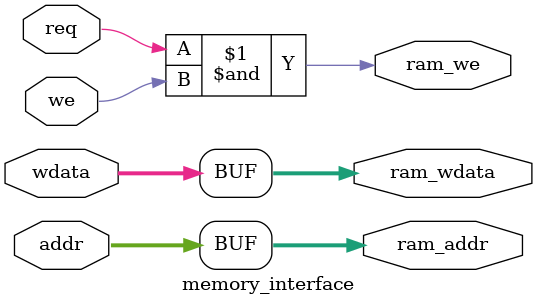
<source format=sv>
module memory_interface (
    input  logic        req,
    input  logic        we,
    input  logic [31:0] addr,
    input  logic [31:0] wdata,
    // To RAM
    output logic        ram_we,
    output logic [31:0] ram_addr,
    output logic [31:0] ram_wdata
);
    // Simple pass-through buffer
    assign ram_we    = req & we;
    assign ram_addr  = addr;
    assign ram_wdata = wdata;
endmodule
</source>
